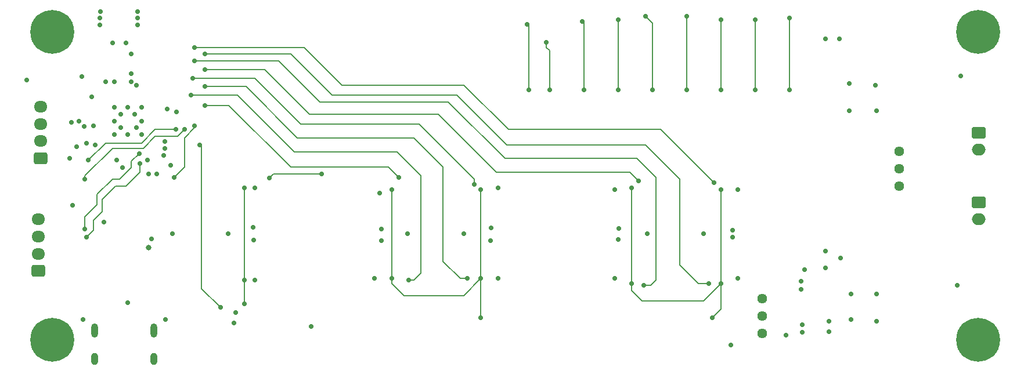
<source format=gbr>
%TF.GenerationSoftware,KiCad,Pcbnew,7.0.9*%
%TF.CreationDate,2024-04-08T22:34:53+02:00*%
%TF.ProjectId,ElectronicBLETarget,456c6563-7472-46f6-9e69-63424c455461,rev?*%
%TF.SameCoordinates,PX29f6300PY5a995c0*%
%TF.FileFunction,Copper,L4,Bot*%
%TF.FilePolarity,Positive*%
%FSLAX46Y46*%
G04 Gerber Fmt 4.6, Leading zero omitted, Abs format (unit mm)*
G04 Created by KiCad (PCBNEW 7.0.9) date 2024-04-08 22:34:53*
%MOMM*%
%LPD*%
G01*
G04 APERTURE LIST*
G04 Aperture macros list*
%AMRoundRect*
0 Rectangle with rounded corners*
0 $1 Rounding radius*
0 $2 $3 $4 $5 $6 $7 $8 $9 X,Y pos of 4 corners*
0 Add a 4 corners polygon primitive as box body*
4,1,4,$2,$3,$4,$5,$6,$7,$8,$9,$2,$3,0*
0 Add four circle primitives for the rounded corners*
1,1,$1+$1,$2,$3*
1,1,$1+$1,$4,$5*
1,1,$1+$1,$6,$7*
1,1,$1+$1,$8,$9*
0 Add four rect primitives between the rounded corners*
20,1,$1+$1,$2,$3,$4,$5,0*
20,1,$1+$1,$4,$5,$6,$7,0*
20,1,$1+$1,$6,$7,$8,$9,0*
20,1,$1+$1,$8,$9,$2,$3,0*%
G04 Aperture macros list end*
%TA.AperFunction,ComponentPad*%
%ADD10C,6.400000*%
%TD*%
%TA.AperFunction,ComponentPad*%
%ADD11O,1.000000X2.100000*%
%TD*%
%TA.AperFunction,ComponentPad*%
%ADD12O,1.000000X1.800000*%
%TD*%
%TA.AperFunction,ComponentPad*%
%ADD13RoundRect,0.250000X0.725000X-0.600000X0.725000X0.600000X-0.725000X0.600000X-0.725000X-0.600000X0*%
%TD*%
%TA.AperFunction,ComponentPad*%
%ADD14O,1.950000X1.700000*%
%TD*%
%TA.AperFunction,ComponentPad*%
%ADD15RoundRect,0.250000X-0.750000X0.600000X-0.750000X-0.600000X0.750000X-0.600000X0.750000X0.600000X0*%
%TD*%
%TA.AperFunction,ComponentPad*%
%ADD16O,2.000000X1.700000*%
%TD*%
%TA.AperFunction,ComponentPad*%
%ADD17C,1.440000*%
%TD*%
%TA.AperFunction,ViaPad*%
%ADD18C,0.700000*%
%TD*%
%TA.AperFunction,ViaPad*%
%ADD19C,0.800000*%
%TD*%
%TA.AperFunction,Conductor*%
%ADD20C,0.190000*%
%TD*%
G04 APERTURE END LIST*
D10*
%TO.P,H2,1,1*%
%TO.N,GND*%
X5000000Y5000000D03*
%TD*%
%TO.P,H4,1,1*%
%TO.N,GND*%
X140000000Y5000000D03*
%TD*%
D11*
%TO.P,J6,S1,SHIELD*%
%TO.N,GND*%
X11200000Y6425000D03*
D12*
X11200000Y2245000D03*
D11*
X19840000Y6425000D03*
D12*
X19840000Y2245000D03*
%TD*%
D13*
%TO.P,J2,1,Pin_1*%
%TO.N,GND*%
X3250000Y31560000D03*
D14*
%TO.P,J2,2,Pin_2*%
%TO.N,/I2C_SDAC*%
X3250000Y34060000D03*
%TO.P,J2,3,Pin_3*%
%TO.N,/I2C_SCLC*%
X3250000Y36560000D03*
%TO.P,J2,4,Pin_4*%
%TO.N,+3V3*%
X3250000Y39060000D03*
%TD*%
D10*
%TO.P,H1,1,1*%
%TO.N,GND*%
X5000000Y50000000D03*
%TD*%
D15*
%TO.P,J7,1,Pin_1*%
%TO.N,GND*%
X140150000Y25110000D03*
D16*
%TO.P,J7,2,Pin_2*%
%TO.N,Net-(J7-Pin_2)*%
X140150000Y22610000D03*
%TD*%
D15*
%TO.P,J5,1,Pin_1*%
%TO.N,GND*%
X140150000Y35270000D03*
D16*
%TO.P,J5,2,Pin_2*%
%TO.N,+BATT*%
X140150000Y32770000D03*
%TD*%
D17*
%TO.P,RV2,1,1*%
%TO.N,Net-(J7-Pin_2)*%
X128500000Y27500000D03*
%TO.P,RV2,2,2*%
%TO.N,Net-(U6-ADJ)*%
X128500000Y30040000D03*
%TO.P,RV2,3,3*%
%TO.N,Net-(R14-Pad2)*%
X128500000Y32580000D03*
%TD*%
%TO.P,RV1,1,1*%
%TO.N,Net-(R1-Pad2)*%
X108500000Y6000000D03*
%TO.P,RV1,2,2*%
%TO.N,/SensorArrayGroup1/TrimPotCenterTap*%
X108500000Y8540000D03*
%TO.P,RV1,3,3*%
%TO.N,GND*%
X108500000Y11080000D03*
%TD*%
D10*
%TO.P,H3,1,1*%
%TO.N,GND*%
X140000000Y50000000D03*
%TD*%
D13*
%TO.P,J1,1,Pin_1*%
%TO.N,GND*%
X2990000Y15110000D03*
D14*
%TO.P,J1,2,Pin_2*%
%TO.N,/USART1_RXC*%
X2990000Y17610000D03*
%TO.P,J1,3,Pin_3*%
%TO.N,/USART1_TXC*%
X2990000Y20110000D03*
%TO.P,J1,4,Pin_4*%
%TO.N,+3V3*%
X2990000Y22610000D03*
%TD*%
D18*
%TO.N,+3V3*%
X7930000Y24640000D03*
X20250000Y29250000D03*
X8870316Y36999856D03*
X12500000Y22250000D03*
X56800000Y20500000D03*
X7500000Y31500000D03*
X7777882Y36808526D03*
X91800000Y20500000D03*
X16500000Y42750000D03*
X112000000Y5750000D03*
X118250000Y6250000D03*
X14354149Y31276531D03*
X21370000Y34000000D03*
X19000000Y29250000D03*
X30600000Y20500000D03*
X11000000Y36250000D03*
X9672670Y36197503D03*
X18876633Y31280788D03*
X21757469Y38775922D03*
X42750000Y7000000D03*
X12750000Y42750000D03*
X118250000Y7750000D03*
X1270000Y43000000D03*
%TO.N,/SWD_NRST*%
X25750000Y36250000D03*
X22750000Y28750000D03*
%TO.N,/BOOT0*%
X29500000Y9750000D03*
X26500000Y33500000D03*
%TO.N,/SensorArrayGroup1/TrimPotCenterTap*%
X54500000Y27000000D03*
X33000000Y10250000D03*
X54500000Y14000000D03*
X33000000Y13750000D03*
X102500000Y13250000D03*
X67500000Y14000000D03*
X102500000Y27000000D03*
X89500000Y27250000D03*
X67500000Y8250000D03*
X101250000Y8250000D03*
X33000000Y27250000D03*
X67500000Y27000000D03*
X89500000Y13250000D03*
%TO.N,/I2C_SCL*%
X10250000Y31250000D03*
X23000000Y35750000D03*
%TO.N,/I2C_SDA*%
X24250000Y35750000D03*
X9750000Y28500000D03*
%TO.N,/USART1_TX*%
X9750000Y21250000D03*
X17644500Y32250000D03*
%TO.N,/USART1_RX*%
X10000000Y20000000D03*
X17750000Y30750000D03*
%TO.N,/ch1*%
X27250000Y39250000D03*
X55500000Y28750000D03*
%TO.N,/ch2*%
X25250000Y40750000D03*
X57000000Y13750000D03*
%TO.N,/ch3*%
X27250000Y42000000D03*
X65500000Y14000000D03*
%TO.N,/ch4*%
X25500000Y43250000D03*
X66500000Y27750000D03*
%TO.N,/ch5*%
X27250000Y44500000D03*
X90500000Y28250000D03*
%TO.N,/ch6*%
X25750000Y45750000D03*
X91250000Y13000000D03*
%TO.N,/ch7*%
X100750000Y13250000D03*
X27250000Y46750000D03*
%TO.N,/ch8*%
X101500000Y28000000D03*
X25750000Y47750000D03*
%TO.N,GND*%
X87527809Y19676009D03*
X15705352Y48389140D03*
X117750000Y49000000D03*
X117750000Y18000000D03*
X10720000Y40500000D03*
X114750000Y15250000D03*
X17250000Y36000000D03*
X34500000Y13750000D03*
X16497500Y43937500D03*
X17000000Y38000000D03*
X125250000Y7750000D03*
X31750000Y9000000D03*
X53000000Y19500000D03*
X125250000Y38500000D03*
X15000000Y38000000D03*
D19*
X19000000Y18500000D03*
D18*
X18000000Y39000000D03*
X18000000Y35000000D03*
X70000000Y27250000D03*
X70000000Y14000000D03*
X121250000Y42500000D03*
X14000000Y42750000D03*
X16000000Y10500000D03*
X104000000Y4250000D03*
X125000000Y42250000D03*
X11250000Y33500000D03*
X18000000Y37000000D03*
X114400000Y7250000D03*
X21225000Y32000000D03*
X53000000Y21250000D03*
X114200000Y12400000D03*
X120000000Y17000000D03*
X31500000Y7500000D03*
X68907492Y19537177D03*
X137500000Y43550000D03*
X16000000Y35000000D03*
X119750000Y49000000D03*
X65000000Y20500000D03*
X11950000Y52000000D03*
X19500000Y19750000D03*
X17274999Y42250000D03*
X100000000Y20500000D03*
X22295000Y30500000D03*
X17450000Y53000000D03*
X15000000Y36000000D03*
X34250000Y21500000D03*
X17450000Y51000000D03*
X125250000Y11750000D03*
X68987728Y21339386D03*
X22500000Y20500000D03*
X8500000Y33250000D03*
X10000000Y33750000D03*
X15220000Y30210000D03*
X34500000Y27250000D03*
X114200000Y13600000D03*
X52750000Y26500000D03*
X13765989Y48380911D03*
X21500000Y8000000D03*
X52000000Y14000000D03*
X117750000Y15500000D03*
X137000000Y13000000D03*
X87000000Y27000000D03*
X105000000Y27000000D03*
X34330731Y19580731D03*
X104250000Y20000000D03*
X105000000Y14000000D03*
X121500000Y8000000D03*
X87000000Y14000000D03*
X9280000Y43500000D03*
X21400000Y33000000D03*
X16500000Y46750000D03*
X14000000Y37000000D03*
X16000000Y39000000D03*
X17450000Y52000000D03*
X23070000Y38282187D03*
X121250000Y38500000D03*
X114351801Y6101874D03*
X9500000Y8000000D03*
X11950000Y51000000D03*
X14000000Y39000000D03*
X14000000Y35000000D03*
X12000000Y53000000D03*
X87608045Y21323920D03*
X104250000Y21000000D03*
X121500000Y11750000D03*
%TO.N,/SensorArrayGroup1/SensorChannel1/ch1_d*%
X77500000Y41500000D03*
X77000000Y48500000D03*
%TO.N,/SensorArrayGroup1/SensorChannel2/ch2_d*%
X82500000Y41500000D03*
X82250000Y51500000D03*
%TO.N,/SensorArrayGroup1/SensorChannel3/ch3_D*%
X87500000Y41500000D03*
X87500000Y51750000D03*
%TO.N,/SensorArrayGroup1/SensorChannel4/ch4_D*%
X92500000Y41500000D03*
X91500000Y52250000D03*
%TO.N,/SensorArrayGroup2/SensorChannel5/ch1_d*%
X97500000Y41500000D03*
X97500000Y52250000D03*
%TO.N,/SensorArrayGroup2/SensorChannel6/ch2_d*%
X102500000Y51750000D03*
X102500000Y41500000D03*
%TO.N,/SensorArrayGroup2/SensorChannel7/ch3_D*%
X107500000Y41500000D03*
X107500000Y51750000D03*
%TO.N,/SensorArrayGroup2/SensorChannel8/ch4_D*%
X112500000Y52000000D03*
X112500000Y41500000D03*
%TO.N,/SensorArrayGroup3/SensorCenter/center_d*%
X36625000Y28625000D03*
X74500000Y41500000D03*
X44250000Y29250000D03*
X74250000Y51105500D03*
%TD*%
D20*
%TO.N,/SWD_NRST*%
X25750000Y36250000D02*
X25750000Y36000000D01*
X24250000Y30250000D02*
X22750000Y28750000D01*
X25750000Y36000000D02*
X24250000Y34500000D01*
X24250000Y34500000D02*
X24250000Y30250000D01*
%TO.N,/BOOT0*%
X26750000Y12500000D02*
X29500000Y9750000D01*
X26750000Y33250000D02*
X26750000Y12500000D01*
X26500000Y33500000D02*
X26750000Y33250000D01*
%TO.N,/SensorArrayGroup1/TrimPotCenterTap*%
X67500000Y8250000D02*
X67500000Y14000000D01*
X33000000Y10250000D02*
X33000000Y13750000D01*
X100000000Y10750000D02*
X102500000Y13250000D01*
X102500000Y9500000D02*
X102500000Y13250000D01*
X89500000Y27250000D02*
X89500000Y13250000D01*
X91000000Y10750000D02*
X100000000Y10750000D01*
X101250000Y8250000D02*
X102500000Y9500000D01*
X89500000Y12250000D02*
X91000000Y10750000D01*
X54500000Y14000000D02*
X54500000Y13250000D01*
X54500000Y27000000D02*
X54500000Y14000000D01*
X67500000Y27000000D02*
X67500000Y14000000D01*
X33000000Y27250000D02*
X33000000Y13750000D01*
X56250000Y11500000D02*
X65000000Y11500000D01*
X54500000Y13250000D02*
X56250000Y11500000D01*
X102500000Y27000000D02*
X102500000Y13250000D01*
X89500000Y13250000D02*
X89500000Y12250000D01*
X65000000Y11500000D02*
X67500000Y14000000D01*
%TO.N,/I2C_SCL*%
X12750000Y33750000D02*
X10250000Y31250000D01*
X18000000Y33750000D02*
X12750000Y33750000D01*
X20000000Y35750000D02*
X18000000Y33750000D01*
X23000000Y35750000D02*
X20000000Y35750000D01*
%TO.N,/I2C_SDA*%
X23250000Y34750000D02*
X24250000Y35750000D01*
X13750000Y33000000D02*
X18250000Y33000000D01*
X20000000Y34750000D02*
X23250000Y34750000D01*
X18250000Y33000000D02*
X20000000Y34750000D01*
X9750000Y29000000D02*
X13750000Y33000000D01*
X9750000Y28500000D02*
X9750000Y29000000D01*
%TO.N,/USART1_TX*%
X16500000Y30163916D02*
X16500000Y31105500D01*
X16500000Y31105500D02*
X17644500Y32250000D01*
X13750000Y28500000D02*
X14836084Y28500000D01*
X11500000Y24750000D02*
X11500000Y26250000D01*
X9750000Y23000000D02*
X11500000Y24750000D01*
X14836084Y28500000D02*
X16500000Y30163916D01*
X9750000Y21250000D02*
X9750000Y23000000D01*
X11500000Y26250000D02*
X13750000Y28500000D01*
%TO.N,/USART1_RX*%
X14218646Y27500000D02*
X15750000Y27500000D01*
X12250000Y25531354D02*
X14218646Y27500000D01*
X12250000Y23750000D02*
X12250000Y25531354D01*
X17750000Y29500000D02*
X17750000Y30750000D01*
X11000000Y22500000D02*
X12250000Y23750000D01*
X10000000Y20000000D02*
X11000000Y21000000D01*
X11000000Y21000000D02*
X11000000Y22500000D01*
X15750000Y27500000D02*
X17750000Y29500000D01*
%TO.N,/ch1*%
X27250000Y39250000D02*
X30750000Y39250000D01*
X39750000Y30250000D02*
X54000000Y30250000D01*
X30750000Y39250000D02*
X39750000Y30250000D01*
X54000000Y30250000D02*
X55500000Y28750000D01*
%TO.N,/ch2*%
X57750000Y13750000D02*
X57000000Y13750000D01*
X58750000Y14750000D02*
X57750000Y13750000D01*
X55250000Y32500000D02*
X58750000Y29000000D01*
X58750000Y29000000D02*
X58750000Y14750000D01*
X40250000Y32500000D02*
X55250000Y32500000D01*
X25250000Y40750000D02*
X32000000Y40750000D01*
X32000000Y40750000D02*
X40250000Y32500000D01*
%TO.N,/ch3*%
X33250000Y42000000D02*
X40750000Y34500000D01*
X40750000Y34500000D02*
X57750000Y34500000D01*
X64500000Y14000000D02*
X65500000Y14000000D01*
X57750000Y34500000D02*
X62000000Y30250000D01*
X62000000Y16500000D02*
X64500000Y14000000D01*
X27250000Y42000000D02*
X33250000Y42000000D01*
X62000000Y30250000D02*
X62000000Y16500000D01*
%TO.N,/ch4*%
X25500000Y43250000D02*
X34500000Y43250000D01*
X41250000Y36500000D02*
X58500000Y36500000D01*
X58500000Y36500000D02*
X66500000Y28500000D01*
X34500000Y43250000D02*
X41250000Y36500000D01*
X66500000Y28500000D02*
X66500000Y27750000D01*
%TO.N,/ch5*%
X27250000Y44500000D02*
X36000000Y44500000D01*
X61250000Y38000000D02*
X69750000Y29500000D01*
X42500000Y38000000D02*
X61250000Y38000000D01*
X36000000Y44500000D02*
X42500000Y38000000D01*
X89250000Y29500000D02*
X90500000Y28250000D01*
X69750000Y29500000D02*
X89250000Y29500000D01*
%TO.N,/ch6*%
X93000000Y13750000D02*
X93000000Y28750000D01*
X44000000Y39750000D02*
X38000000Y45750000D01*
X38000000Y45750000D02*
X25750000Y45750000D01*
X93000000Y28750000D02*
X90250000Y31500000D01*
X90250000Y31500000D02*
X71000000Y31500000D01*
X71000000Y31500000D02*
X62750000Y39750000D01*
X62750000Y39750000D02*
X44000000Y39750000D01*
X91250000Y13000000D02*
X92250000Y13000000D01*
X92250000Y13000000D02*
X93000000Y13750000D01*
%TO.N,/ch7*%
X45750000Y40750000D02*
X64000000Y40750000D01*
X27250000Y46750000D02*
X39750000Y46750000D01*
X91500000Y33500000D02*
X96500000Y28500000D01*
X96500000Y16000000D02*
X99250000Y13250000D01*
X39750000Y46750000D02*
X45750000Y40750000D01*
X64000000Y40750000D02*
X71250000Y33500000D01*
X99250000Y13250000D02*
X100750000Y13250000D01*
X71250000Y33500000D02*
X91500000Y33500000D01*
X96500000Y28500000D02*
X96500000Y16000000D01*
%TO.N,/ch8*%
X41750000Y47750000D02*
X47250000Y42250000D01*
X93750000Y35750000D02*
X101500000Y28000000D01*
X25750000Y47750000D02*
X41750000Y47750000D01*
X65000000Y42250000D02*
X71500000Y35750000D01*
X71500000Y35750000D02*
X93750000Y35750000D01*
X47250000Y42250000D02*
X65000000Y42250000D01*
%TO.N,/SensorArrayGroup1/SensorChannel1/ch1_d*%
X77000000Y47750000D02*
X77000000Y48500000D01*
X77500000Y41500000D02*
X77500000Y47250000D01*
X77500000Y47250000D02*
X77000000Y47750000D01*
%TO.N,/SensorArrayGroup1/SensorChannel2/ch2_d*%
X82500000Y41500000D02*
X82500000Y51250000D01*
X82500000Y51250000D02*
X82250000Y51500000D01*
%TO.N,/SensorArrayGroup1/SensorChannel3/ch3_D*%
X87500000Y51750000D02*
X87500000Y41500000D01*
%TO.N,/SensorArrayGroup1/SensorChannel4/ch4_D*%
X91500000Y52250000D02*
X92500000Y51250000D01*
X92500000Y51250000D02*
X92500000Y41500000D01*
%TO.N,/SensorArrayGroup2/SensorChannel5/ch1_d*%
X97500000Y41500000D02*
X97500000Y52250000D01*
%TO.N,/SensorArrayGroup2/SensorChannel6/ch2_d*%
X102500000Y51750000D02*
X102500000Y41500000D01*
%TO.N,/SensorArrayGroup2/SensorChannel7/ch3_D*%
X107500000Y51750000D02*
X107500000Y41500000D01*
%TO.N,/SensorArrayGroup2/SensorChannel8/ch4_D*%
X112500000Y52000000D02*
X112500000Y41500000D01*
%TO.N,/SensorArrayGroup3/SensorCenter/center_d*%
X74250000Y51105500D02*
X74500000Y50855500D01*
X37250000Y29250000D02*
X44250000Y29250000D01*
X74500000Y50855500D02*
X74500000Y41500000D01*
X36625000Y28625000D02*
X37250000Y29250000D01*
%TD*%
M02*

</source>
